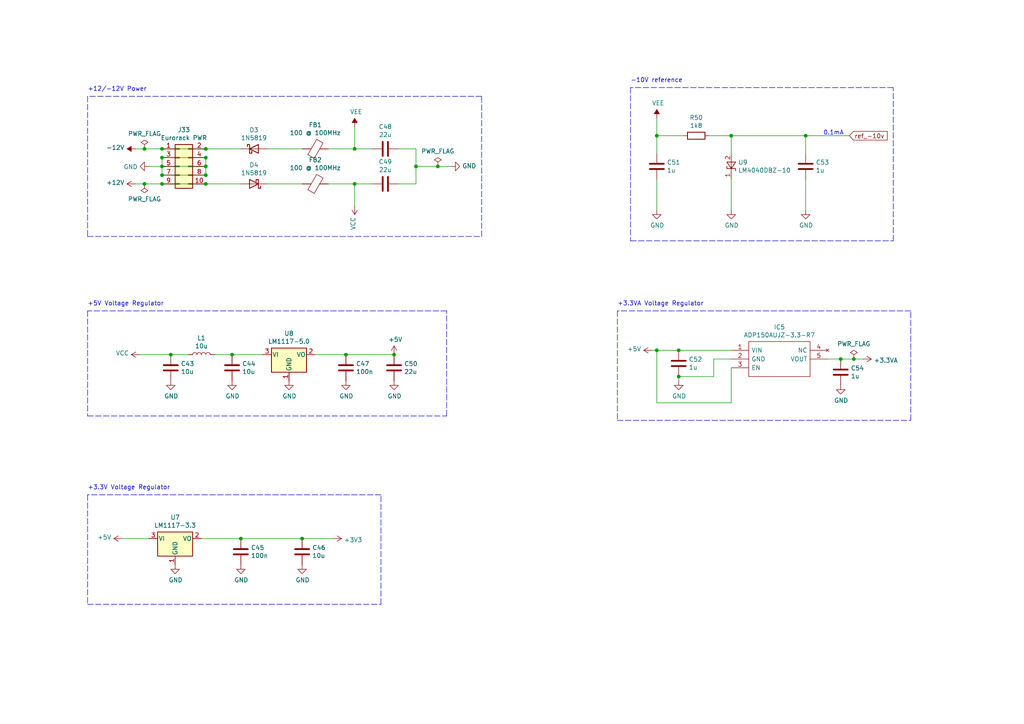
<source format=kicad_sch>
(kicad_sch (version 20211123) (generator eeschema)
  (paper "A4")
  (lib_symbols
    (symbol "ADP150AUJZ-3.3-R7:ADP150AUJZ-3.3-R7" (pin_names (offset 0.762))
      (property "Reference" "IC" (at 24.13 7.62 0))
      (property "Value" "ADP150AUJZ-3.3-R7" (at 24.13 5.08 0))
      (symbol "ADP150AUJZ-3.3-R7_0_0"
        (pin passive line (at 0 0 0) (length 5.08) (name "VIN") (number "1"))
        (pin passive line (at 0 -2.54 0) (length 5.08) (name "GND") (number "2"))
        (pin passive line (at 0 -5.08 0) (length 5.08) (name "EN") (number "3"))
        (pin no_connect line (at 27.94 0 180) (length 5.08) (name "NC") (number "4"))
        (pin passive line (at 27.94 -2.54 180) (length 5.08) (name "VOUT") (number "5"))
      )
      (symbol "ADP150AUJZ-3.3-R7_0_1"
        (polyline (pts (xy 5.08 2.54) (xy 22.86 2.54) (xy 22.86 -7.62) (xy 5.08 -7.62) (xy 5.08 2.54)) (stroke (width 0.1524)))
      )
    )
    (symbol "Connector_Generic:Conn_02x05_Odd_Even" (pin_names (offset 1.016) hide)
      (property "Reference" "J" (at 1.27 7.62 0))
      (property "Value" "Conn_02x05_Odd_Even" (at 1.27 -7.62 0))
      (symbol "Conn_02x05_Odd_Even_1_1"
        (rectangle (start -1.27 -4.953) (end 0 -5.207) (stroke (width 0.1524)))
        (rectangle (start -1.27 -2.413) (end 0 -2.667) (stroke (width 0.1524)))
        (rectangle (start -1.27 0.127) (end 0 -0.127) (stroke (width 0.1524)))
        (rectangle (start -1.27 2.667) (end 0 2.413) (stroke (width 0.1524)))
        (rectangle (start -1.27 5.207) (end 0 4.953) (stroke (width 0.1524)))
        (rectangle (start -1.27 6.35) (end 3.81 -6.35) (stroke (width 0.254)) (fill (type background)))
        (rectangle (start 3.81 -4.953) (end 2.54 -5.207) (stroke (width 0.1524)))
        (rectangle (start 3.81 -2.413) (end 2.54 -2.667) (stroke (width 0.1524)))
        (rectangle (start 3.81 0.127) (end 2.54 -0.127) (stroke (width 0.1524)))
        (rectangle (start 3.81 2.667) (end 2.54 2.413) (stroke (width 0.1524)))
        (rectangle (start 3.81 5.207) (end 2.54 4.953) (stroke (width 0.1524)))
        (pin passive line (at -5.08 5.08 0) (length 3.81) (name "Pin_1") (number "1"))
        (pin passive line (at 7.62 -5.08 180) (length 3.81) (name "Pin_10") (number "10"))
        (pin passive line (at 7.62 5.08 180) (length 3.81) (name "Pin_2") (number "2"))
        (pin passive line (at -5.08 2.54 0) (length 3.81) (name "Pin_3") (number "3"))
        (pin passive line (at 7.62 2.54 180) (length 3.81) (name "Pin_4") (number "4"))
        (pin passive line (at -5.08 0 0) (length 3.81) (name "Pin_5") (number "5"))
        (pin passive line (at 7.62 0 180) (length 3.81) (name "Pin_6") (number "6"))
        (pin passive line (at -5.08 -2.54 0) (length 3.81) (name "Pin_7") (number "7"))
        (pin passive line (at 7.62 -2.54 180) (length 3.81) (name "Pin_8") (number "8"))
        (pin passive line (at -5.08 -5.08 0) (length 3.81) (name "Pin_9") (number "9"))
      )
    )
    (symbol "Device:C" (pin_numbers hide) (pin_names (offset 0.254))
      (property "Reference" "C" (at 0.635 2.54 0))
      (property "Value" "C" (at 0.635 -2.54 0))
      (symbol "C_0_1"
        (polyline (pts (xy -2.032 -0.762) (xy 2.032 -0.762)) (stroke (width 0.508)))
        (polyline (pts (xy -2.032 0.762) (xy 2.032 0.762)) (stroke (width 0.508)))
      )
      (symbol "C_1_1"
        (pin passive line (at 0 3.81 270) (length 2.794) (name "~") (number "1"))
        (pin passive line (at 0 -3.81 90) (length 2.794) (name "~") (number "2"))
      )
    )
    (symbol "Device:Ferrite_Bead" (pin_numbers hide) (pin_names (offset 0))
      (property "Reference" "FB" (at -3.81 0.635 90))
      (property "Value" "Device_Ferrite_Bead" (at 3.81 0 90))
      (symbol "Ferrite_Bead_0_1"
        (polyline (pts (xy 0 -1.27) (xy 0 -1.2192)))
        (polyline (pts (xy 0 1.27) (xy 0 1.2954)))
        (polyline (pts (xy -2.7686 0.4064) (xy -1.7018 2.2606) (xy 2.7686 -0.3048) (xy 1.6764 -2.159) (xy -2.7686 0.4064)))
      )
      (symbol "Ferrite_Bead_1_1"
        (pin passive line (at 0 3.81 270) (length 2.54) (name "~") (number "1"))
        (pin passive line (at 0 -3.81 90) (length 2.54) (name "~") (number "2"))
      )
    )
    (symbol "Device:L" (pin_numbers hide) (pin_names (offset 1.016) hide)
      (property "Reference" "L" (at -1.27 0 90))
      (property "Value" "L" (at 1.905 0 90))
      (symbol "L_0_1"
        (arc (start 0 -2.54) (mid 0.635 -1.905) (end 0 -1.27))
        (arc (start 0 -1.27) (mid 0.635 -0.635) (end 0 0))
        (arc (start 0 0) (mid 0.635 0.635) (end 0 1.27))
        (arc (start 0 1.27) (mid 0.635 1.905) (end 0 2.54))
      )
      (symbol "L_1_1"
        (pin passive line (at 0 3.81 270) (length 1.27) (name "1") (number "1"))
        (pin passive line (at 0 -3.81 90) (length 1.27) (name "2") (number "2"))
      )
    )
    (symbol "Device:R" (pin_numbers hide) (pin_names (offset 0))
      (property "Reference" "R" (at 2.032 0 90))
      (property "Value" "R" (at 0 0 90))
      (symbol "R_0_1"
        (rectangle (start -1.016 -2.54) (end 1.016 2.54) (stroke (width 0.254)))
      )
      (symbol "R_1_1"
        (pin passive line (at 0 3.81 270) (length 1.27) (name "~") (number "1"))
        (pin passive line (at 0 -3.81 90) (length 1.27) (name "~") (number "2"))
      )
    )
    (symbol "Diode:1N5819" (pin_numbers hide) (pin_names (offset 1.016) hide)
      (property "Reference" "D" (at 0 2.54 0))
      (property "Value" "1N5819" (at 0 -2.54 0))
      (symbol "1N5819_0_1"
        (polyline (pts (xy 1.27 0) (xy -1.27 0)))
        (polyline (pts (xy 1.27 1.27) (xy 1.27 -1.27) (xy -1.27 0) (xy 1.27 1.27)) (stroke (width 0.254)))
        (polyline (pts (xy -1.905 0.635) (xy -1.905 1.27) (xy -1.27 1.27) (xy -1.27 -1.27) (xy -0.635 -1.27) (xy -0.635 -0.635)) (stroke (width 0.254)))
      )
      (symbol "1N5819_1_1"
        (pin passive line (at -3.81 0 0) (length 2.54) (name "K") (number "1"))
        (pin passive line (at 3.81 0 180) (length 2.54) (name "A") (number "2"))
      )
    )
    (symbol "Reference_Voltage:LM4040DBZ-10" (pin_names (offset 0.0254) hide)
      (property "Reference" "U" (at 0 2.54 0))
      (property "Value" "LM4040DBZ-10" (at 0 -3.175 0))
      (symbol "LM4040DBZ-10_0_1"
        (polyline (pts (xy -1.27 0) (xy 0 0) (xy 1.27 0)))
        (polyline (pts (xy -1.27 -1.27) (xy 0.635 0) (xy -1.27 1.27) (xy -1.27 -1.27)) (stroke (width 0.2032)))
        (polyline (pts (xy 0 -1.27) (xy 0.635 -1.27) (xy 0.635 1.27) (xy 1.27 1.27)) (stroke (width 0.2032)))
      )
      (symbol "LM4040DBZ-10_1_1"
        (pin passive line (at 3.81 0 180) (length 2.54) (name "K") (number "1"))
        (pin passive line (at -3.81 0 0) (length 2.54) (name "A") (number "2"))
      )
    )
    (symbol "Regulator_Linear:LM1117-3.3" (pin_names (offset 0.254))
      (property "Reference" "U" (at -3.81 3.175 0))
      (property "Value" "LM1117-3.3" (at 0 3.175 0))
      (symbol "LM1117-3.3_0_1"
        (rectangle (start -5.08 -5.08) (end 5.08 1.905) (stroke (width 0.254)) (fill (type background)))
      )
      (symbol "LM1117-3.3_1_1"
        (pin power_in line (at 0 -7.62 90) (length 2.54) (name "GND") (number "1"))
        (pin power_out line (at 7.62 0 180) (length 2.54) (name "VO") (number "2"))
        (pin power_in line (at -7.62 0 0) (length 2.54) (name "VI") (number "3"))
      )
    )
    (symbol "Regulator_Linear:LM1117-5.0" (pin_names (offset 0.254))
      (property "Reference" "U" (at -3.81 3.175 0))
      (property "Value" "LM1117-5.0" (at 0 3.175 0))
      (symbol "LM1117-5.0_0_1"
        (rectangle (start -5.08 -5.08) (end 5.08 1.905) (stroke (width 0.254)) (fill (type background)))
      )
      (symbol "LM1117-5.0_1_1"
        (pin power_in line (at 0 -7.62 90) (length 2.54) (name "GND") (number "1"))
        (pin power_out line (at 7.62 0 180) (length 2.54) (name "VO") (number "2"))
        (pin power_in line (at -7.62 0 0) (length 2.54) (name "VI") (number "3"))
      )
    )
    (symbol "power:+12V" (power) (pin_names (offset 0))
      (property "Value" "+12V" (at 0 3.556 0))
      (symbol "+12V_0_1"
        (polyline (pts (xy -0.762 1.27) (xy 0 2.54)))
        (polyline (pts (xy 0 0) (xy 0 2.54)))
        (polyline (pts (xy 0 2.54) (xy 0.762 1.27)))
      )
      (symbol "+12V_1_1"
        (pin power_in line (at 0 0 90) (length 0) hide (name "+12V") (number "1"))
      )
    )
    (symbol "power:+3.3VA" (power) (pin_names (offset 0))
      (property "Value" "+3.3VA" (at 0 3.556 0))
      (symbol "+3.3VA_0_1"
        (polyline (pts (xy -0.762 1.27) (xy 0 2.54)))
        (polyline (pts (xy 0 0) (xy 0 2.54)))
        (polyline (pts (xy 0 2.54) (xy 0.762 1.27)))
      )
      (symbol "+3.3VA_1_1"
        (pin power_in line (at 0 0 90) (length 0) hide (name "+3.3VA") (number "1"))
      )
    )
    (symbol "power:+3V3" (power) (pin_names (offset 0))
      (property "Value" "+3V3" (at 0 3.556 0))
      (symbol "+3V3_0_1"
        (polyline (pts (xy -0.762 1.27) (xy 0 2.54)))
        (polyline (pts (xy 0 0) (xy 0 2.54)))
        (polyline (pts (xy 0 2.54) (xy 0.762 1.27)))
      )
      (symbol "+3V3_1_1"
        (pin power_in line (at 0 0 90) (length 0) hide (name "+3V3") (number "1"))
      )
    )
    (symbol "power:+5V" (power) (pin_names (offset 0))
      (property "Value" "+5V" (at 0 3.556 0))
      (symbol "+5V_0_1"
        (polyline (pts (xy -0.762 1.27) (xy 0 2.54)))
        (polyline (pts (xy 0 0) (xy 0 2.54)))
        (polyline (pts (xy 0 2.54) (xy 0.762 1.27)))
      )
      (symbol "+5V_1_1"
        (pin power_in line (at 0 0 90) (length 0) hide (name "+5V") (number "1"))
      )
    )
    (symbol "power:-12V" (power) (pin_names (offset 0))
      (property "Value" "-12V" (at 0 3.81 0))
      (symbol "-12V_0_0"
        (pin power_in line (at 0 0 90) (length 0) hide (name "-12V") (number "1"))
      )
      (symbol "-12V_0_1"
        (polyline (pts (xy 0 0) (xy 0 1.27) (xy 0.762 1.27) (xy 0 2.54) (xy -0.762 1.27) (xy 0 1.27)) (fill (type outline)))
      )
    )
    (symbol "power:GND" (power) (pin_names (offset 0))
      (property "Value" "GND" (at 0 -3.81 0))
      (symbol "GND_0_1"
        (polyline (pts (xy 0 0) (xy 0 -1.27) (xy 1.27 -1.27) (xy 0 -2.54) (xy -1.27 -1.27) (xy 0 -1.27)))
      )
      (symbol "GND_1_1"
        (pin power_in line (at 0 0 270) (length 0) hide (name "GND") (number "1"))
      )
    )
    (symbol "power:PWR_FLAG" (power) (pin_numbers hide) (pin_names (offset 0) hide)
      (property "Value" "PWR_FLAG" (at 0 3.81 0))
      (symbol "PWR_FLAG_0_0"
        (pin power_out line (at 0 0 90) (length 0) (name "pwr") (number "1"))
      )
      (symbol "PWR_FLAG_0_1"
        (polyline (pts (xy 0 0) (xy 0 1.27) (xy -1.016 1.905) (xy 0 2.54) (xy 1.016 1.905) (xy 0 1.27)))
      )
    )
    (symbol "power:VCC" (power) (pin_names (offset 0))
      (property "Value" "VCC" (at 0 3.81 0))
      (symbol "VCC_0_1"
        (polyline (pts (xy -0.762 1.27) (xy 0 2.54)))
        (polyline (pts (xy 0 0) (xy 0 2.54)))
        (polyline (pts (xy 0 2.54) (xy 0.762 1.27)))
      )
      (symbol "VCC_1_1"
        (pin power_in line (at 0 0 90) (length 0) hide (name "VCC") (number "1"))
      )
    )
    (symbol "power:VEE" (power) (pin_names (offset 0))
      (property "Value" "VEE" (at 0 3.81 0))
      (symbol "VEE_0_1"
        (polyline (pts (xy 0 0) (xy 0 2.54)))
        (polyline (pts (xy 0.762 1.27) (xy -0.762 1.27) (xy 0 2.54) (xy 0.762 1.27)) (fill (type outline)))
      )
      (symbol "VEE_1_1"
        (pin power_in line (at 0 0 90) (length 0) hide (name "VEE") (number "1"))
      )
    )
  )
  (junction (at 196.85 109.22))
  (junction (at 67.31 102.87))
  (junction (at 46.99 53.34))
  (junction (at 100.33 102.87))
  (junction (at 41.91 43.18))
  (junction (at 46.99 43.18))
  (junction (at 41.91 53.34))
  (junction (at 59.69 53.34))
  (junction (at 46.99 48.26))
  (junction (at 114.3 102.87))
  (junction (at 196.85 101.6))
  (junction (at 127 48.26))
  (junction (at 233.68 39.37))
  (junction (at 46.99 45.72))
  (junction (at 102.87 43.18))
  (junction (at 59.69 50.8))
  (junction (at 190.5 39.37))
  (junction (at 102.87 53.34))
  (junction (at 59.69 48.26))
  (junction (at 69.85 156.21))
  (junction (at 243.84 104.14))
  (junction (at 87.63 156.21))
  (junction (at 46.99 50.8))
  (junction (at 247.65 104.14))
  (junction (at 190.5 101.6))
  (junction (at 212.09 39.37))
  (junction (at 59.69 45.72))
  (junction (at 49.53 102.87))
  (junction (at 120.65 48.26))
  (junction (at 59.69 43.18))
  (wire (pts (xy 102.87 53.34) (xy 102.87 59.69)))
  (polyline (pts (xy 179.07 90.17) (xy 179.07 121.92)))
  (polyline (pts (xy 129.54 90.17) (xy 25.4 90.17)))
  (polyline (pts (xy 139.7 27.94) (xy 25.4 27.94)))
  (wire (pts (xy 59.69 50.8) (xy 46.99 50.8)))
  (wire (pts (xy 102.87 43.18) (xy 107.95 43.18)))
  (wire (pts (xy 46.99 50.8) (xy 46.99 48.26)))
  (wire (pts (xy 62.23 102.87) (xy 67.31 102.87)))
  (wire (pts (xy 46.99 43.18) (xy 59.69 43.18)))
  (wire (pts (xy 46.99 48.26) (xy 43.18 48.26)))
  (wire (pts (xy 120.65 53.34) (xy 120.65 48.26)))
  (wire (pts (xy 190.5 34.29) (xy 190.5 39.37)))
  (wire (pts (xy 41.91 53.34) (xy 46.99 53.34)))
  (wire (pts (xy 59.69 53.34) (xy 69.85 53.34)))
  (wire (pts (xy 233.68 52.07) (xy 233.68 60.96)))
  (polyline (pts (xy 139.7 68.58) (xy 139.7 27.94)))
  (wire (pts (xy 196.85 109.22) (xy 196.85 110.49)))
  (wire (pts (xy 59.69 48.26) (xy 46.99 48.26)))
  (wire (pts (xy 95.25 53.34) (xy 102.87 53.34)))
  (polyline (pts (xy 264.16 90.17) (xy 179.07 90.17)))
  (wire (pts (xy 100.33 102.87) (xy 114.3 102.87)))
  (wire (pts (xy 87.63 156.21) (xy 96.52 156.21)))
  (polyline (pts (xy 129.54 120.65) (xy 129.54 90.17)))
  (wire (pts (xy 115.57 53.34) (xy 120.65 53.34)))
  (wire (pts (xy 59.69 45.72) (xy 59.69 48.26)))
  (wire (pts (xy 233.68 39.37) (xy 246.38 39.37)))
  (wire (pts (xy 207.01 109.22) (xy 207.01 104.14)))
  (wire (pts (xy 212.09 116.84) (xy 212.09 106.68)))
  (polyline (pts (xy 25.4 175.26) (xy 110.49 175.26)))
  (wire (pts (xy 59.69 48.26) (xy 59.69 50.8)))
  (wire (pts (xy 115.57 43.18) (xy 120.65 43.18)))
  (wire (pts (xy 69.85 156.21) (xy 58.42 156.21)))
  (polyline (pts (xy 110.49 175.26) (xy 110.49 143.51)))
  (wire (pts (xy 95.25 43.18) (xy 102.87 43.18)))
  (wire (pts (xy 49.53 102.87) (xy 54.61 102.87)))
  (wire (pts (xy 102.87 53.34) (xy 107.95 53.34)))
  (wire (pts (xy 69.85 156.21) (xy 87.63 156.21)))
  (polyline (pts (xy 259.08 25.4) (xy 182.88 25.4)))
  (wire (pts (xy 91.44 102.87) (xy 100.33 102.87)))
  (wire (pts (xy 196.85 101.6) (xy 212.09 101.6)))
  (wire (pts (xy 205.74 39.37) (xy 212.09 39.37)))
  (wire (pts (xy 59.69 43.18) (xy 69.85 43.18)))
  (wire (pts (xy 247.65 104.14) (xy 250.19 104.14)))
  (wire (pts (xy 196.85 109.22) (xy 207.01 109.22)))
  (wire (pts (xy 207.01 104.14) (xy 212.09 104.14)))
  (polyline (pts (xy 259.08 69.85) (xy 259.08 25.4)))
  (wire (pts (xy 41.91 43.18) (xy 46.99 43.18)))
  (wire (pts (xy 127 48.26) (xy 130.81 48.26)))
  (polyline (pts (xy 25.4 143.51) (xy 25.4 175.26)))
  (wire (pts (xy 120.65 43.18) (xy 120.65 48.26)))
  (wire (pts (xy 212.09 52.07) (xy 212.09 60.96)))
  (wire (pts (xy 190.5 101.6) (xy 196.85 101.6)))
  (polyline (pts (xy 25.4 90.17) (xy 25.4 120.65)))
  (polyline (pts (xy 264.16 121.92) (xy 264.16 90.17)))
  (polyline (pts (xy 25.4 68.58) (xy 139.7 68.58)))
  (wire (pts (xy 190.5 60.96) (xy 190.5 52.07)))
  (polyline (pts (xy 110.49 143.51) (xy 25.4 143.51)))
  (wire (pts (xy 39.37 43.18) (xy 41.91 43.18)))
  (wire (pts (xy 190.5 101.6) (xy 190.5 116.84)))
  (wire (pts (xy 243.84 104.14) (xy 247.65 104.14)))
  (wire (pts (xy 190.5 39.37) (xy 198.12 39.37)))
  (wire (pts (xy 233.68 39.37) (xy 233.68 44.45)))
  (polyline (pts (xy 25.4 120.65) (xy 129.54 120.65)))
  (polyline (pts (xy 179.07 121.92) (xy 264.16 121.92)))
  (wire (pts (xy 77.47 53.34) (xy 87.63 53.34)))
  (wire (pts (xy 120.65 48.26) (xy 127 48.26)))
  (wire (pts (xy 77.47 43.18) (xy 87.63 43.18)))
  (wire (pts (xy 39.37 53.34) (xy 41.91 53.34)))
  (polyline (pts (xy 182.88 69.85) (xy 259.08 69.85)))
  (wire (pts (xy 40.64 102.87) (xy 49.53 102.87)))
  (wire (pts (xy 212.09 39.37) (xy 212.09 44.45)))
  (wire (pts (xy 46.99 53.34) (xy 59.69 53.34)))
  (wire (pts (xy 59.69 45.72) (xy 46.99 45.72)))
  (wire (pts (xy 67.31 102.87) (xy 76.2 102.87)))
  (wire (pts (xy 35.56 156.21) (xy 43.18 156.21)))
  (polyline (pts (xy 182.88 25.4) (xy 182.88 69.85)))
  (wire (pts (xy 190.5 39.37) (xy 190.5 44.45)))
  (wire (pts (xy 189.23 101.6) (xy 190.5 101.6)))
  (wire (pts (xy 240.03 104.14) (xy 243.84 104.14)))
  (wire (pts (xy 190.5 116.84) (xy 212.09 116.84)))
  (wire (pts (xy 46.99 45.72) (xy 46.99 48.26)))
  (wire (pts (xy 102.87 36.83) (xy 102.87 43.18)))
  (wire (pts (xy 212.09 39.37) (xy 233.68 39.37)))
  (polyline (pts (xy 25.4 27.94) (xy 25.4 68.58)))
  (text "+3.3V Voltage Regulator" (at 25.4 142.24 0) (effects (font (size 1.27 1.27)) (justify left bottom)))
  (text "+5V Voltage Regulator" (at 25.4 88.9 0) (effects (font (size 1.27 1.27)) (justify left bottom)))
  (text "0.1mA" (at 238.76 39.37 0) (effects (font (size 1.27 1.27)) (justify left bottom)))
  (text "+3.3VA Voltage Regulator" (at 179.07 88.9 0) (effects (font (size 1.27 1.27)) (justify left bottom)))
  (text "+12/-12V Power" (at 25.4 26.67 0) (effects (font (size 1.27 1.27)) (justify left bottom)))
  (text "-10V reference" (at 182.88 24.13 0) (effects (font (size 1.27 1.27)) (justify left bottom)))
  (global_label "ref_-10v" (shape input) (at 246.38 39.37 0) (property "Intersheet References" "${INTERSHEET_REFS}" (effects hide)))
  (symbol (lib_id "power:GND") (at 212.09 60.96 0) (unit 1)
    (property "Reference" "#PWR0161" (effects hide))
    (property "Value" "GND" (at 212.217 65.3542 0))
  )
  (symbol (lib_id "Device:R") (at 201.93 39.37 270) (unit 1)
    (property "Reference" "R50" (at 201.93 34.1122 90))
    (property "Value" "1k8" (at 201.93 36.4236 90))
    (property "Footprint" "Resistor_SMD:R_0603_1608Metric" (effects hide))
    (property "Note" "0-2mA, 3k3 - 7k ohm" (effects hide))
    (property "LCSC Part #" "C4177" (effects hide))
    (property "LCSC" "C4177" (effects hide))
  )
  (symbol (lib_id "Device:C") (at 233.68 48.26 0) (unit 1)
    (property "Reference" "C53" (at 236.601 47.0916 0) (effects (justify left)))
    (property "Value" "1u" (at 236.601 49.403 0) (effects (justify left)))
    (property "Footprint" "Capacitor_SMD:C_0603_1608Metric" (effects hide))
    (property "LCSC Part #" "C15849" (effects hide))
    (property "LCSC" "C15849" (effects hide))
  )
  (symbol (lib_id "power:GND") (at 233.68 60.96 0) (unit 1)
    (property "Reference" "#PWR0162" (effects hide))
    (property "Value" "GND" (at 233.807 65.3542 0))
  )
  (symbol (lib_id "power:VEE") (at 190.5 34.29 0) (unit 1)
    (property "Reference" "#PWR0158" (effects hide))
    (property "Value" "VEE" (at 190.881 29.8958 0))
  )
  (symbol (lib_id "Reference_Voltage:LM4040DBZ-10") (at 212.09 48.26 270) (unit 1)
    (property "Reference" "U9" (at 214.0966 47.0916 90) (effects (justify left)))
    (property "Value" "LM4040DBZ-10" (at 214.0966 49.403 90) (effects (justify left)))
    (property "Footprint" "Package_TO_SOT_SMD:SOT-23" (effects hide))
    (property "Datasheet" "http://www.ti.com/lit/ds/symlink/lm4040-n.pdf" (effects hide))
    (property "LCSC Part #" "C201738" (effects hide))
    (property "LCSC" "C201738" (effects hide))
  )
  (symbol (lib_id "power:VCC") (at 40.64 102.87 90) (unit 1)
    (property "Reference" "#PWR0140" (effects hide))
    (property "Value" "VCC" (at 37.4142 102.4128 90) (effects (justify left)))
  )
  (symbol (lib_id "Device:C") (at 114.3 106.68 180) (unit 1)
    (property "Reference" "C50" (at 117.221 105.5116 0) (effects (justify right)))
    (property "Value" "22u" (at 117.221 107.823 0) (effects (justify right)))
    (property "Footprint" "Capacitor_SMD:C_0805_2012Metric" (effects hide))
    (property "LCSC Part #" "C45783" (effects hide))
    (property "LCSC" "C45783" (effects hide))
  )
  (symbol (lib_id "Device:C") (at 67.31 106.68 180) (unit 1)
    (property "Reference" "C44" (at 70.231 105.5116 0) (effects (justify right)))
    (property "Value" "10u" (at 70.231 107.823 0) (effects (justify right)))
    (property "Footprint" "Capacitor_SMD:C_0805_2012Metric" (effects hide))
    (property "LCSC Part #" "C15850" (effects hide))
    (property "LCSC" "C15850" (effects hide))
  )
  (symbol (lib_id "Device:C") (at 49.53 106.68 0) (unit 1)
    (property "Reference" "C43" (at 52.451 105.5116 0) (effects (justify left)))
    (property "Value" "10u" (at 52.451 107.823 0) (effects (justify left)))
    (property "Footprint" "Capacitor_SMD:C_0805_2012Metric" (effects hide))
    (property "LCSC Part #" "C15850" (effects hide))
    (property "LCSC" "C15850" (effects hide))
  )
  (symbol (lib_id "power:+5V") (at 114.3 102.87 0) (unit 1)
    (property "Reference" "#PWR0154" (effects hide))
    (property "Value" "+5V" (at 114.681 98.4758 0))
  )
  (symbol (lib_id "power:GND") (at 100.33 110.49 0) (unit 1)
    (property "Reference" "#PWR0151" (effects hide))
    (property "Value" "GND" (at 100.457 114.8842 0))
  )
  (symbol (lib_id "Device:C") (at 100.33 106.68 0) (unit 1)
    (property "Reference" "C47" (at 103.251 105.5116 0) (effects (justify left)))
    (property "Value" "100n" (at 103.251 107.823 0) (effects (justify left)))
    (property "Footprint" "Capacitor_SMD:C_0603_1608Metric" (effects hide))
    (property "LCSC Part #" "C14663" (effects hide))
    (property "LCSC" "C14663" (effects hide))
  )
  (symbol (lib_id "power:GND") (at 114.3 110.49 0) (unit 1)
    (property "Reference" "#PWR0155" (effects hide))
    (property "Value" "GND" (at 114.427 114.8842 0))
  )
  (symbol (lib_id "power:GND") (at 67.31 110.49 0) (unit 1)
    (property "Reference" "#PWR0146" (effects hide))
    (property "Value" "GND" (at 67.437 114.8842 0))
  )
  (symbol (lib_id "power:GND") (at 49.53 110.49 0) (unit 1)
    (property "Reference" "#PWR0144" (effects hide))
    (property "Value" "GND" (at 49.657 114.8842 0))
  )
  (symbol (lib_id "Device:L") (at 58.42 102.87 90) (unit 1)
    (property "Reference" "L1" (at 58.42 98.044 90))
    (property "Value" "10u" (at 58.42 100.3554 90))
    (property "Footprint" "Inductor_SMD:L_0805_2012Metric" (effects hide))
    (property "LCSC Part #" "C1035" (effects hide))
    (property "LCSC" "C1035" (effects hide))
  )
  (symbol (lib_id "power:GND") (at 83.82 110.49 0) (unit 1)
    (property "Reference" "#PWR0148" (effects hide))
    (property "Value" "GND" (at 83.947 114.8842 0))
  )
  (symbol (lib_id "Connector_Generic:Conn_02x05_Odd_Even") (at 52.07 48.26 0) (unit 1)
    (property "Reference" "J33" (at 53.34 37.6682 0))
    (property "Value" "Eurorack PWR" (at 53.34 39.9796 0))
    (property "Footprint" "Connector_IDC:IDC-Header_2x05_P2.54mm_Vertical" (effects hide))
  )
  (symbol (lib_id "power:GND") (at 43.18 48.26 270) (unit 1)
    (property "Reference" "#PWR0141" (effects hide))
    (property "Value" "GND" (at 39.9288 48.387 90) (effects (justify right)))
  )
  (symbol (lib_id "Device:Ferrite_Bead") (at 91.44 53.34 270) (unit 1)
    (property "Reference" "FB2" (at 91.44 46.3804 90))
    (property "Value" "100 @ 100MHz" (at 91.44 48.6918 90))
    (property "Footprint" "Inductor_SMD:L_0805_2012Metric" (effects hide))
    (property "LCSC Part #" "C1015" (effects hide))
    (property "LCSC" "C1015" (effects hide))
  )
  (symbol (lib_id "Device:Ferrite_Bead") (at 91.44 43.18 270) (unit 1)
    (property "Reference" "FB1" (at 91.44 36.2204 90))
    (property "Value" "100 @ 100MHz" (at 91.44 38.5318 90))
    (property "Footprint" "Inductor_SMD:L_0805_2012Metric" (effects hide))
    (property "LCSC Part #" "C1015" (effects hide))
    (property "LCSC" "C1015" (effects hide))
  )
  (symbol (lib_id "power:-12V") (at 39.37 43.18 90) (unit 1)
    (property "Reference" "#PWR0142" (effects hide))
    (property "Value" "-12V" (at 36.1188 42.799 90) (effects (justify left)))
  )
  (symbol (lib_id "power:+12V") (at 39.37 53.34 90) (unit 1)
    (property "Reference" "#PWR0143" (effects hide))
    (property "Value" "+12V" (at 36.1188 52.959 90) (effects (justify left)))
  )
  (symbol (lib_id "power:GND") (at 130.81 48.26 90) (unit 1)
    (property "Reference" "#PWR0156" (effects hide))
    (property "Value" "GND" (at 134.0612 48.133 90) (effects (justify right)))
  )
  (symbol (lib_id "power:VEE") (at 102.87 36.83 0) (unit 1)
    (property "Reference" "#PWR0152" (effects hide))
    (property "Value" "VEE" (at 103.3018 32.4358 0))
  )
  (symbol (lib_id "Device:C") (at 111.76 43.18 270) (unit 1)
    (property "Reference" "C48" (at 111.76 36.7792 90))
    (property "Value" "22u" (at 111.76 39.0906 90))
    (property "Footprint" "Capacitor_SMD:CP_Elec_5x5.3" (effects hide))
    (property "LCSC Part #" "C249700" (effects hide))
    (property "LCSC" "C249700" (effects hide))
  )
  (symbol (lib_id "Device:C") (at 111.76 53.34 270) (unit 1)
    (property "Reference" "C49" (at 111.76 46.9392 90))
    (property "Value" "22u" (at 111.76 49.2506 90))
    (property "Footprint" "Capacitor_SMD:CP_Elec_5x5.3" (effects hide))
    (property "LCSC Part #" "C249700" (effects hide))
    (property "LCSC" "C249700" (effects hide))
  )
  (symbol (lib_id "Diode:1N5819") (at 73.66 53.34 180) (unit 1)
    (property "Reference" "D4" (at 73.66 47.8536 0))
    (property "Value" "1N5819" (at 73.66 50.165 0))
    (property "Footprint" "Diode_SMD:D_SOD-123" (effects hide))
    (property "Datasheet" "http://www.vishay.com/docs/88525/1n5817.pdf" (effects hide))
    (property "LCSC Part #" "C8598" (effects hide))
    (property "LCSC" "C8598" (effects hide))
  )
  (symbol (lib_id "Diode:1N5819") (at 73.66 43.18 0) (unit 1)
    (property "Reference" "D3" (at 73.66 37.6936 0))
    (property "Value" "1N5819" (at 73.66 40.005 0))
    (property "Footprint" "Diode_SMD:D_SOD-123" (effects hide))
    (property "Datasheet" "http://www.vishay.com/docs/88525/1n5817.pdf" (effects hide))
    (property "LCSC Part #" "C8598" (effects hide))
    (property "LCSC" "C8598" (effects hide))
  )
  (symbol (lib_id "power:+5V") (at 35.56 156.21 90) (unit 1)
    (property "Reference" "#PWR0139" (effects hide))
    (property "Value" "+5V" (at 32.3088 155.829 90) (effects (justify left)))
  )
  (symbol (lib_id "Device:C") (at 69.85 160.02 0) (unit 1)
    (property "Reference" "C45" (at 72.771 158.8516 0) (effects (justify left)))
    (property "Value" "100n" (at 72.771 161.163 0) (effects (justify left)))
    (property "Footprint" "Capacitor_SMD:C_0603_1608Metric" (effects hide))
    (property "LCSC Part #" "C14663" (effects hide))
    (property "LCSC" "C14663" (effects hide))
  )
  (symbol (lib_id "power:GND") (at 69.85 163.83 0) (unit 1)
    (property "Reference" "#PWR0147" (effects hide))
    (property "Value" "GND" (at 69.977 168.2242 0))
  )
  (symbol (lib_id "power:GND") (at 87.63 163.83 0) (unit 1)
    (property "Reference" "#PWR0149" (effects hide))
    (property "Value" "GND" (at 87.757 168.2242 0))
  )
  (symbol (lib_id "power:GND") (at 50.8 163.83 0) (unit 1)
    (property "Reference" "#PWR0145" (effects hide))
    (property "Value" "GND" (at 50.927 168.2242 0))
  )
  (symbol (lib_id "Device:C") (at 87.63 160.02 0) (unit 1)
    (property "Reference" "C46" (at 90.551 158.8516 0) (effects (justify left)))
    (property "Value" "10u" (at 90.551 161.163 0) (effects (justify left)))
    (property "Footprint" "Capacitor_SMD:C_0805_2012Metric" (effects hide))
    (property "LCSC Part #" "C15850" (effects hide))
    (property "LCSC" "C15850" (effects hide))
  )
  (symbol (lib_id "power:+3V3") (at 96.52 156.21 270) (unit 1)
    (property "Reference" "#PWR0150" (effects hide))
    (property "Value" "+3V3" (at 99.7712 156.591 90) (effects (justify left)))
  )
  (symbol (lib_id "Regulator_Linear:LM1117-3.3") (at 50.8 156.21 0) (unit 1)
    (property "Reference" "U7" (at 50.8 150.0632 0))
    (property "Value" "LM1117-3.3" (at 50.8 152.3746 0))
    (property "Footprint" "Package_TO_SOT_SMD:SOT-223" (effects hide))
    (property "Datasheet" "http://www.ti.com/lit/ds/symlink/lm1117.pdf" (effects hide))
    (property "LCSC Part #" "C6186" (effects hide))
    (property "LCSC" "C6186" (effects hide))
  )
  (symbol (lib_id "Device:C") (at 190.5 48.26 0) (unit 1)
    (property "Reference" "C51" (at 193.421 47.0916 0) (effects (justify left)))
    (property "Value" "1u" (at 193.421 49.403 0) (effects (justify left)))
    (property "Footprint" "Capacitor_SMD:C_0603_1608Metric" (effects hide))
    (property "LCSC Part #" "C15849" (effects hide))
    (property "LCSC" "C15849" (effects hide))
  )
  (symbol (lib_id "power:GND") (at 190.5 60.96 0) (unit 1)
    (property "Reference" "#PWR0159" (effects hide))
    (property "Value" "GND" (at 190.627 65.3542 0))
  )
  (symbol (lib_id "power:+5V") (at 189.23 101.6 90) (unit 1)
    (property "Reference" "#PWR0157" (effects hide))
    (property "Value" "+5V" (at 185.9788 101.219 90) (effects (justify left)))
  )
  (symbol (lib_id "Device:C") (at 196.85 105.41 0) (unit 1)
    (property "Reference" "C52" (at 199.771 104.2416 0) (effects (justify left)))
    (property "Value" "1u" (at 199.771 106.553 0) (effects (justify left)))
    (property "Footprint" "Capacitor_SMD:C_0603_1608Metric" (effects hide))
    (property "LCSC Part #" "C15849" (effects hide))
    (property "LCSC" "C15849" (effects hide))
  )
  (symbol (lib_id "power:GND") (at 196.85 110.49 0) (unit 1)
    (property "Reference" "#PWR0160" (effects hide))
    (property "Value" "GND" (at 196.977 114.8842 0))
  )
  (symbol (lib_id "Device:C") (at 243.84 107.95 0) (unit 1)
    (property "Reference" "C54" (at 246.761 106.7816 0) (effects (justify left)))
    (property "Value" "1u" (at 246.761 109.093 0) (effects (justify left)))
    (property "Footprint" "Capacitor_SMD:C_0603_1608Metric" (effects hide))
    (property "LCSC Part #" "C15849" (effects hide))
    (property "LCSC" "C15849" (effects hide))
  )
  (symbol (lib_id "power:+3.3VA") (at 250.19 104.14 270)
    (property "Reference" "#PWR0164" (effects hide))
    (property "Value" "+3.3VA" (at 253.4412 104.521 90) (effects (justify left)))
  )
  (symbol (lib_id "power:GND") (at 243.84 111.76 0) (unit 1)
    (property "Reference" "#PWR0163" (effects hide))
    (property "Value" "GND" (at 243.967 116.1542 0))
  )
  (symbol (lib_id "power:VCC") (at 102.87 59.69 180) (unit 1)
    (property "Reference" "#PWR0153" (effects hide))
    (property "Value" "VCC" (at 102.4128 62.9158 90) (effects (justify left)))
  )
  (symbol (lib_id "ADP150AUJZ-3.3-R7:ADP150AUJZ-3.3-R7") (at 212.09 101.6 0) (unit 1)
    (property "Reference" "IC5" (at 226.06 94.869 0))
    (property "Value" "ADP150AUJZ-3.3-R7" (at 226.06 97.1804 0))
    (property "Footprint" "ADP150AUJZ-3.3-R7:SOT95P280X100-5N" (effects hide))
    (property "Datasheet" "http://www.analog.com/media/en/technical-documentation/data-sheets/ADP150.pdf" (effects hide))
    (property "Description" "Linear Voltage Regulators Ultralow Noise 150mA CMOS" (effects hide))
    (property "Height" "1" (effects hide))
    (property "Manufacturer_Name" "Linear Technology" (effects hide))
    (property "Manufacturer_Part_Number" "ADP150AUJZ-3.3-R7" (effects hide))
    (property "Mouser Part Number" "584-ADP150AUJZ-3.3R7" (effects hide))
    (property "Mouser Price/Stock" "https://www.mouser.com/Search/Refine.aspx?Keyword=584-ADP150AUJZ-3.3R7" (effects hide))
    (property "LCSC Part #" "C29149" (effects hide))
    (property "LCSC" "C29149" (effects hide))
  )
  (symbol (lib_id "Regulator_Linear:LM1117-5.0") (at 83.82 102.87 0) (unit 1)
    (property "Reference" "U8" (at 83.82 96.7232 0))
    (property "Value" "LM1117-5.0" (at 83.82 99.0346 0))
    (property "Footprint" "Package_TO_SOT_SMD:SOT-223" (effects hide))
    (property "Datasheet" "http://www.ti.com/lit/ds/symlink/lm1117.pdf" (effects hide))
    (property "LCSC Part #" "C6187" (effects hide))
    (property "LCSC" "C6187" (effects hide))
  )
  (symbol (lib_id "power:PWR_FLAG") (at 41.91 43.18 0) (unit 1)
    (property "Reference" "#FLG0101" (effects hide))
    (property "Value" "PWR_FLAG" (at 41.91 38.7858 0))
  )
  (symbol (lib_id "power:PWR_FLAG") (at 41.91 53.34 180) (unit 1)
    (property "Reference" "#FLG0102" (effects hide))
    (property "Value" "PWR_FLAG" (at 41.91 57.7342 0))
  )
  (symbol (lib_id "power:PWR_FLAG") (at 127 48.26 0) (unit 1)
    (property "Reference" "#FLG0103" (effects hide))
    (property "Value" "PWR_FLAG" (at 127 43.8658 0))
  )
  (symbol (lib_id "power:PWR_FLAG") (at 247.65 104.14 0) (unit 1)
    (property "Reference" "#FLG0104" (effects hide))
    (property "Value" "PWR_FLAG" (at 247.65 99.7458 0))
  )
)
</source>
